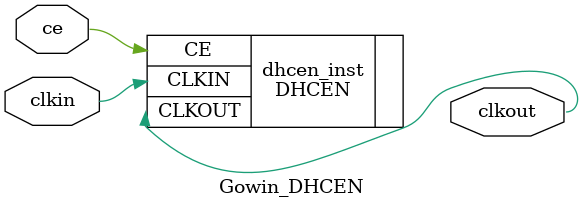
<source format=v>

module Gowin_DHCEN (clkout, clkin, ce);

output clkout;
input clkin;
input ce;

DHCEN dhcen_inst (
    .CLKOUT(clkout),
    .CLKIN(clkin),
    .CE(ce)
);

endmodule //Gowin_DHCEN

</source>
